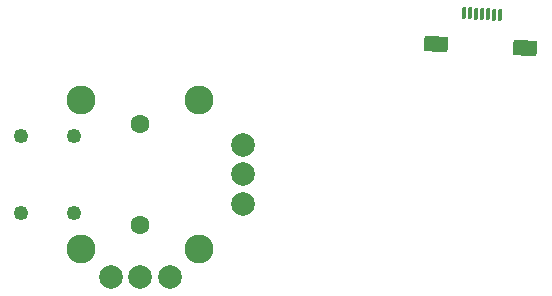
<source format=gbr>
%TF.GenerationSoftware,KiCad,Pcbnew,9.0.3*%
%TF.CreationDate,2025-07-21T12:26:19-07:00*%
%TF.ProjectId,UGC_SubStick_R5,5547435f-5375-4625-9374-69636b5f5235,rev?*%
%TF.SameCoordinates,Original*%
%TF.FileFunction,Soldermask,Bot*%
%TF.FilePolarity,Negative*%
%FSLAX46Y46*%
G04 Gerber Fmt 4.6, Leading zero omitted, Abs format (unit mm)*
G04 Created by KiCad (PCBNEW 9.0.3) date 2025-07-21 12:26:19*
%MOMM*%
%LPD*%
G01*
G04 APERTURE LIST*
G04 Aperture macros list*
%AMRotRect*
0 Rectangle, with rotation*
0 The origin of the aperture is its center*
0 $1 length*
0 $2 width*
0 $3 Rotation angle, in degrees counterclockwise*
0 Add horizontal line*
21,1,$1,$2,0,0,$3*%
G04 Aperture macros list end*
%ADD10C,2.450000*%
%ADD11C,1.600000*%
%ADD12C,1.250000*%
%ADD13C,2.000000*%
%ADD14RotRect,0.300000X1.000000X177.000000*%
%ADD15RotRect,2.000000X1.300000X177.000000*%
G04 APERTURE END LIST*
D10*
%TO.C,SW1*%
X54425000Y-31171718D03*
X54425000Y-43821718D03*
D11*
X59425000Y-33196718D03*
X59425000Y-41796718D03*
D10*
X64425000Y-31171718D03*
X64425000Y-43821718D03*
D12*
X53775000Y-34246718D03*
X53775000Y-40746718D03*
X49275000Y-34246718D03*
X49275000Y-40746718D03*
D13*
X56925000Y-46196718D03*
X59425000Y-46196718D03*
X61925000Y-46196718D03*
X68125000Y-39996718D03*
X68125000Y-37496718D03*
X68125000Y-34996718D03*
%TD*%
D14*
%TO.C,J1*%
X89856513Y-24003768D03*
X89357200Y-23977600D03*
X88857883Y-23951432D03*
X88358569Y-23925264D03*
X87859255Y-23899096D03*
X87359939Y-23872928D03*
X86860625Y-23846760D03*
D15*
X92012051Y-26820439D03*
X84422473Y-26422686D03*
%TD*%
M02*

</source>
